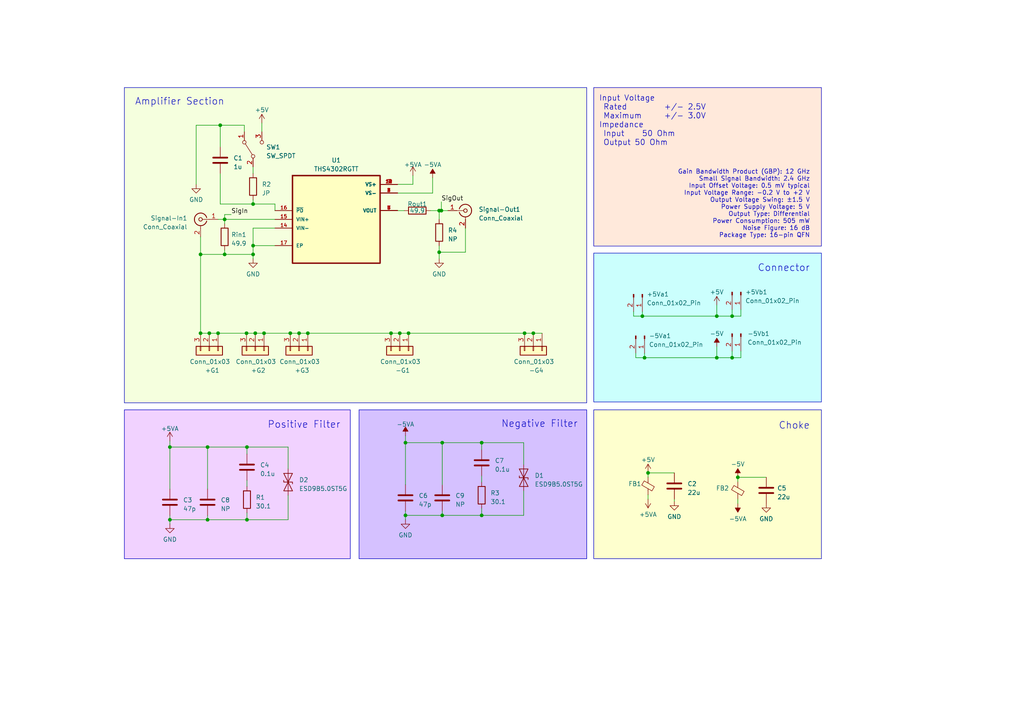
<source format=kicad_sch>
(kicad_sch (version 20230121) (generator eeschema)
  (paper "A4")
  (title_block (title "RF Amplifier Based on The TI THS4302") (date "2024-03-24") (rev "1.0"))
  (lib_symbols
    (symbol "Connector:Conn_01x02_Pin" (pin_names (offset 1.016) hide)
      (property "Reference" "J" (at 0 2.54 0))
      (property "Value" "Conn_01x02_Pin" (at 0 -5.08 0))
      (symbol "Conn_01x02_Pin_1_1"
        (polyline (pts (xy 1.27 -2.54) (xy 0.8636 -2.54)) (stroke (width 0.1524)))
        (polyline (pts (xy 1.27 0) (xy 0.8636 0)) (stroke (width 0.1524)))
        (rectangle (start 0.8636 -2.413) (end 0 -2.667) (stroke (width 0.1524)) (fill (type outline)))
        (rectangle (start 0.8636 0.127) (end 0 -0.127) (stroke (width 0.1524)) (fill (type outline)))
        (pin passive line (at 5.08 0 180) (length 3.81) (name "Pin_1") (number "1"))
        (pin passive line (at 5.08 -2.54 180) (length 3.81) (name "Pin_2") (number "2"))
      )
    )
    (symbol "Connector:Conn_Coaxial" (pin_names (offset 1.016) hide)
      (property "Reference" "J" (at 0.254 3.048 0))
      (property "Value" "Conn_Coaxial" (at 2.921 0 90))
      (symbol "Conn_Coaxial_0_1"
        (arc (start -1.778 -0.508) (mid 0.2311 -1.8066) (end 1.778 0) (stroke (width 0.254)))
        (polyline (pts (xy -2.54 0) (xy -0.508 0)))
        (polyline (pts (xy 0 -2.54) (xy 0 -1.778)))
        (circle (center 0 0) (radius 0.508) (stroke (width 0.2032)))
        (arc (start 1.778 0) (mid 0.2099 1.8101) (end -1.778 0.508) (stroke (width 0.254)))
      )
      (symbol "Conn_Coaxial_1_1"
        (pin passive line (at -5.08 0 0) (length 2.54) (name "In") (number "1"))
        (pin passive line (at 0 -5.08 90) (length 2.54) (name "Ext") (number "2"))
      )
    )
    (symbol "Connector_Generic:Conn_01x03" (pin_names (offset 1.016) hide)
      (property "Reference" "J" (at 0 5.08 0))
      (property "Value" "Conn_01x03" (at 0 -5.08 0))
      (symbol "Conn_01x03_1_1"
        (rectangle (start -1.27 -2.413) (end 0 -2.667) (stroke (width 0.1524)))
        (rectangle (start -1.27 0.127) (end 0 -0.127) (stroke (width 0.1524)))
        (rectangle (start -1.27 2.667) (end 0 2.413) (stroke (width 0.1524)))
        (rectangle (start -1.27 3.81) (end 1.27 -3.81) (stroke (width 0.254)) (fill (type background)))
        (pin passive line (at -5.08 2.54 0) (length 3.81) (name "Pin_1") (number "1"))
        (pin passive line (at -5.08 0 0) (length 3.81) (name "Pin_2") (number "2"))
        (pin passive line (at -5.08 -2.54 0) (length 3.81) (name "Pin_3") (number "3"))
      )
    )
    (symbol "Device:C" (pin_numbers hide) (pin_names (offset 0.254))
      (property "Reference" "C" (at 0.635 2.54 0))
      (property "Value" "C" (at 0.635 -2.54 0))
      (symbol "C_0_1"
        (polyline (pts (xy -2.032 -0.762) (xy 2.032 -0.762)) (stroke (width 0.508)))
        (polyline (pts (xy -2.032 0.762) (xy 2.032 0.762)) (stroke (width 0.508)))
      )
      (symbol "C_1_1"
        (pin passive line (at 0 3.81 270) (length 2.794) (name "~") (number "1"))
        (pin passive line (at 0 -3.81 90) (length 2.794) (name "~") (number "2"))
      )
    )
    (symbol "Device:FerriteBead_Small" (pin_numbers hide) (pin_names (offset 0))
      (property "Reference" "FB" (at 1.905 1.27 0))
      (property "Value" "FerriteBead_Small" (at 1.905 -1.27 0))
      (symbol "FerriteBead_Small_0_1"
        (polyline (pts (xy 0 -1.27) (xy 0 -0.7874)))
        (polyline (pts (xy 0 0.889) (xy 0 1.2954)))
        (polyline (pts (xy -1.8288 0.2794) (xy -1.1176 1.4986) (xy 1.8288 -0.2032) (xy 1.1176 -1.4224) (xy -1.8288 0.2794)))
      )
      (symbol "FerriteBead_Small_1_1"
        (pin passive line (at 0 2.54 270) (length 1.27) (name "~") (number "1"))
        (pin passive line (at 0 -2.54 90) (length 1.27) (name "~") (number "2"))
      )
    )
    (symbol "Device:R" (pin_numbers hide) (pin_names (offset 0))
      (property "Reference" "R" (at 2.032 0 90))
      (property "Value" "R" (at 0 0 90))
      (symbol "R_0_1"
        (rectangle (start -1.016 -2.54) (end 1.016 2.54) (stroke (width 0.254)))
      )
      (symbol "R_1_1"
        (pin passive line (at 0 3.81 270) (length 1.27) (name "~") (number "1"))
        (pin passive line (at 0 -3.81 90) (length 1.27) (name "~") (number "2"))
      )
    )
    (symbol "Diode:ESD9B5.0ST5G" (pin_numbers hide) (pin_names (offset 1.016) hide)
      (property "Reference" "D" (at 0 2.54 0))
      (property "Value" "ESD9B5.0ST5G" (at 0 -2.54 0))
      (symbol "ESD9B5.0ST5G_0_1"
        (polyline (pts (xy 1.27 0) (xy -1.27 0)))
        (polyline (pts (xy -2.54 -1.27) (xy 0 0) (xy -2.54 1.27) (xy -2.54 -1.27)) (stroke (width 0.2032)))
        (polyline (pts (xy 0.508 1.27) (xy 0 1.27) (xy 0 -1.27) (xy -0.508 -1.27)) (stroke (width 0.2032)))
        (polyline (pts (xy 2.54 1.27) (xy 2.54 -1.27) (xy 0 0) (xy 2.54 1.27)) (stroke (width 0.2032)))
      )
      (symbol "ESD9B5.0ST5G_1_1"
        (pin passive line (at -3.81 0 0) (length 2.54) (name "A1") (number "1"))
        (pin passive line (at 3.81 0 180) (length 2.54) (name "A2") (number "2"))
      )
    )
    (symbol "Switch:SW_SPDT" (pin_names (offset 0) hide)
      (property "Reference" "SW" (at 0 4.318 0))
      (property "Value" "SW_SPDT" (at 0 -5.08 0))
      (symbol "SW_SPDT_0_0"
        (circle (center -2.032 0) (radius 0.508))
        (circle (center 2.032 -2.54) (radius 0.508))
      )
      (symbol "SW_SPDT_0_1"
        (polyline (pts (xy -1.524 0.254) (xy 1.651 2.286)))
        (circle (center 2.032 2.54) (radius 0.508))
      )
      (symbol "SW_SPDT_1_1"
        (pin passive line (at 5.08 2.54 180) (length 2.54) (name "A") (number "1"))
        (pin passive line (at -5.08 0 0) (length 2.54) (name "B") (number "2"))
        (pin passive line (at 5.08 -2.54 180) (length 2.54) (name "C") (number "3"))
      )
    )
    (symbol "THS4302RGTT:THS4302RGTT" (pin_names (offset 1.016))
      (property "Reference" "U" (at -12.7 13.7 0))
      (property "Value" "THS4302RGTT" (at -12.7 -16.7 0))
      (symbol "THS4302RGTT_0_0"
        (rectangle (start -12.7 -12.7) (end 12.7 12.7) (stroke (width 0.41)) (fill (type background)))
        (pin power_in line (at 17.78 7.62 180) (length 5.08) (name "VS-") (number "1"))
        (pin power_in line (at 17.78 10.16 180) (length 5.08) (name "VS+") (number "10"))
        (pin power_in line (at 17.78 10.16 180) (length 5.08) (name "VS+") (number "11"))
        (pin power_in line (at 17.78 10.16 180) (length 5.08) (name "VS+") (number "12"))
        (pin input line (at -17.78 -2.54 0) (length 5.08) (name "VIN-") (number "14"))
        (pin input line (at -17.78 0 0) (length 5.08) (name "VIN+") (number "15"))
        (pin input line (at -17.78 2.54 0) (length 5.08) (name "~{PD}") (number "16"))
        (pin bidirectional line (at -17.78 -7.62 0) (length 5.08) (name "EP") (number "17"))
        (pin power_in line (at 17.78 7.62 180) (length 5.08) (name "VS-") (number "2"))
        (pin power_in line (at 17.78 7.62 180) (length 5.08) (name "VS-") (number "3"))
        (pin power_in line (at 17.78 7.62 180) (length 5.08) (name "VS-") (number "4"))
        (pin output line (at 17.78 2.54 180) (length 5.08) (name "VOUT") (number "5"))
        (pin output line (at 17.78 2.54 180) (length 5.08) (name "VOUT") (number "6"))
        (pin output line (at 17.78 2.54 180) (length 5.08) (name "VOUT") (number "7"))
        (pin output line (at 17.78 2.54 180) (length 5.08) (name "VOUT") (number "8"))
        (pin power_in line (at 17.78 10.16 180) (length 5.08) (name "VS+") (number "9"))
      )
    )
    (symbol "power:+5V" (power) (pin_names (offset 0))
      (property "Value" "+5V" (at 0 3.556 0))
      (symbol "+5V_0_1"
        (polyline (pts (xy -0.762 1.27) (xy 0 2.54)))
        (polyline (pts (xy 0 0) (xy 0 2.54)))
        (polyline (pts (xy 0 2.54) (xy 0.762 1.27)))
      )
      (symbol "+5V_1_1"
        (pin power_in line (at 0 0 90) (length 0) hide (name "+5V") (number "1"))
      )
    )
    (symbol "power:+5VA" (power) (pin_names (offset 0))
      (property "Value" "+5VA" (at 0 3.556 0))
      (symbol "+5VA_0_1"
        (polyline (pts (xy -0.762 1.27) (xy 0 2.54)))
        (polyline (pts (xy 0 0) (xy 0 2.54)))
        (polyline (pts (xy 0 2.54) (xy 0.762 1.27)))
      )
      (symbol "+5VA_1_1"
        (pin power_in line (at 0 0 90) (length 0) hide (name "+5VA") (number "1"))
      )
    )
    (symbol "power:-5V" (power) (pin_names (offset 0))
      (property "Value" "-5V" (at 0 3.81 0))
      (symbol "-5V_0_0"
        (pin power_in line (at 0 0 90) (length 0) hide (name "-5V") (number "1"))
      )
      (symbol "-5V_0_1"
        (polyline (pts (xy 0 0) (xy 0 1.27) (xy 0.762 1.27) (xy 0 2.54) (xy -0.762 1.27) (xy 0 1.27)) (fill (type outline)))
      )
    )
    (symbol "power:-5VA" (power) (pin_names (offset 0))
      (property "Value" "-5VA" (at 0 3.81 0))
      (symbol "-5VA_0_0"
        (pin power_in line (at 0 0 90) (length 0) hide (name "-5VA") (number "1"))
      )
      (symbol "-5VA_0_1"
        (polyline (pts (xy 0 0) (xy 0 1.27) (xy 0.762 1.27) (xy 0 2.54) (xy -0.762 1.27) (xy 0 1.27)) (fill (type outline)))
      )
    )
    (symbol "power:GND" (power) (pin_names (offset 0))
      (property "Value" "GND" (at 0 -3.81 0))
      (symbol "GND_0_1"
        (polyline (pts (xy 0 0) (xy 0 -1.27) (xy 1.27 -1.27) (xy 0 -2.54) (xy -1.27 -1.27) (xy 0 -1.27)))
      )
      (symbol "GND_1_1"
        (pin power_in line (at 0 0 270) (length 0) hide (name "GND") (number "1"))
      )
    )
  )
  (junction (at 118.491 96.647))
  (junction (at 128.27 149.479))
  (junction (at 212.344 103.759))
  (junction (at 73.406 59.182))
  (junction (at 58.166 96.647))
  (junction (at 213.995 138.43))
  (junction (at 49.276 129.667))
  (junction (at 71.628 129.667))
  (junction (at 60.198 150.749))
  (junction (at 49.276 150.749))
  (junction (at 60.706 96.647))
  (junction (at 65.151 63.627))
  (junction (at 139.7 149.479))
  (junction (at 127.381 61.087))
  (junction (at 65.151 73.787))
  (junction (at 128.016 61.087))
  (junction (at 113.411 96.647))
  (junction (at 74.041 96.647))
  (junction (at 117.602 149.479))
  (junction (at 207.899 91.694))
  (junction (at 154.686 96.647))
  (junction (at 71.628 150.749))
  (junction (at 71.501 96.647))
  (junction (at 128.27 128.397))
  (junction (at 212.344 91.694))
  (junction (at 207.899 103.759))
  (junction (at 60.198 129.667))
  (junction (at 115.951 96.647))
  (junction (at 63.246 96.647))
  (junction (at 139.7 128.397))
  (junction (at 89.281 96.647))
  (junction (at 73.406 71.247))
  (junction (at 86.741 96.647))
  (junction (at 76.581 96.647))
  (junction (at 152.146 96.647))
  (junction (at 117.602 128.397))
  (junction (at 186.309 91.694))
  (junction (at 186.944 103.759))
  (junction (at 63.881 36.322))
  (junction (at 84.201 96.647))
  (junction (at 58.166 73.787))
  (junction (at 187.96 137.16))
  (junction (at 73.406 73.787))
  (junction (at 127.381 73.152))
  (wire (pts (xy 70.866 38.227) (xy 70.866 36.322)))
  (wire (pts (xy 139.7 138.049) (xy 139.7 139.827)))
  (wire (pts (xy 49.276 127.889) (xy 49.276 129.667)))
  (wire (pts (xy 58.166 96.647) (xy 60.706 96.647)))
  (wire (pts (xy 139.7 128.397) (xy 139.7 130.429)))
  (wire (pts (xy 214.884 101.854) (xy 214.884 103.759)))
  (wire (pts (xy 113.411 96.647) (xy 115.951 96.647)))
  (wire (pts (xy 214.884 91.694) (xy 212.344 91.694)))
  (wire (pts (xy 58.166 73.787) (xy 65.151 73.787)))
  (wire (pts (xy 187.96 143.51) (xy 187.96 144.78)))
  (wire (pts (xy 71.628 129.667) (xy 83.566 129.667)))
  (wire (pts (xy 76.581 96.647) (xy 84.201 96.647)))
  (wire (pts (xy 60.198 150.749) (xy 71.628 150.749)))
  (wire (pts (xy 83.566 150.749) (xy 71.628 150.749)))
  (wire (pts (xy 117.602 149.479) (xy 128.27 149.479)))
  (wire (pts (xy 58.166 68.707) (xy 58.166 73.787)))
  (wire (pts (xy 73.406 71.247) (xy 79.756 71.247)))
  (wire (pts (xy 74.041 96.647) (xy 76.581 96.647)))
  (wire (pts (xy 128.27 149.479) (xy 139.7 149.479)))
  (wire (pts (xy 71.501 96.647) (xy 74.041 96.647)))
  (wire (pts (xy 65.151 62.23) (xy 65.151 63.627)))
  (wire (pts (xy 83.566 143.637) (xy 83.566 150.749)))
  (wire (pts (xy 186.944 103.759) (xy 207.899 103.759)))
  (wire (pts (xy 60.198 129.667) (xy 71.628 129.667)))
  (wire (pts (xy 128.27 148.209) (xy 128.27 149.479)))
  (wire (pts (xy 115.951 96.647) (xy 118.491 96.647)))
  (wire (pts (xy 49.276 149.479) (xy 49.276 150.749)))
  (wire (pts (xy 213.995 138.43) (xy 222.25 138.43)))
  (wire (pts (xy 128.016 58.547) (xy 128.016 61.087)))
  (wire (pts (xy 63.246 96.647) (xy 71.501 96.647)))
  (wire (pts (xy 119.761 50.927) (xy 119.761 53.467)))
  (wire (pts (xy 127.381 61.087) (xy 128.016 61.087)))
  (wire (pts (xy 195.58 144.78) (xy 195.58 145.415)))
  (wire (pts (xy 49.276 129.667) (xy 60.198 129.667)))
  (wire (pts (xy 73.406 57.912) (xy 73.406 59.182)))
  (wire (pts (xy 186.944 102.489) (xy 186.944 103.759)))
  (wire (pts (xy 187.96 137.16) (xy 195.58 137.16)))
  (wire (pts (xy 115.316 61.087) (xy 117.221 61.087)))
  (wire (pts (xy 71.628 139.319) (xy 71.628 141.097)))
  (wire (pts (xy 65.151 73.787) (xy 73.406 73.787)))
  (wire (pts (xy 184.404 102.489) (xy 184.404 103.759)))
  (wire (pts (xy 79.756 59.182) (xy 73.406 59.182)))
  (wire (pts (xy 83.566 136.017) (xy 83.566 129.667)))
  (wire (pts (xy 151.892 142.367) (xy 151.892 149.479)))
  (wire (pts (xy 135.001 66.167) (xy 135.001 73.152)))
  (wire (pts (xy 60.198 129.667) (xy 60.198 141.859)))
  (wire (pts (xy 128.016 61.087) (xy 129.921 61.087)))
  (wire (pts (xy 124.841 61.087) (xy 127.381 61.087)))
  (wire (pts (xy 207.899 91.694) (xy 212.344 91.694)))
  (wire (pts (xy 213.995 144.78) (xy 213.995 146.05)))
  (wire (pts (xy 63.881 36.322) (xy 63.881 42.672)))
  (wire (pts (xy 139.7 147.447) (xy 139.7 149.479)))
  (wire (pts (xy 67.056 62.23) (xy 65.151 62.23)))
  (wire (pts (xy 186.309 90.424) (xy 186.309 91.694)))
  (wire (pts (xy 214.884 89.789) (xy 214.884 91.694)))
  (wire (pts (xy 207.899 103.759) (xy 212.344 103.759)))
  (wire (pts (xy 183.769 90.424) (xy 183.769 91.694)))
  (wire (pts (xy 63.246 63.627) (xy 65.151 63.627)))
  (wire (pts (xy 71.628 129.667) (xy 71.628 131.699)))
  (wire (pts (xy 49.276 129.667) (xy 49.276 141.859)))
  (wire (pts (xy 60.706 96.647) (xy 63.246 96.647)))
  (wire (pts (xy 60.198 149.479) (xy 60.198 150.749)))
  (wire (pts (xy 125.476 56.007) (xy 115.316 56.007)))
  (wire (pts (xy 154.686 96.647) (xy 157.226 96.647)))
  (wire (pts (xy 212.344 101.854) (xy 212.344 103.759)))
  (wire (pts (xy 213.995 138.43) (xy 213.995 139.7)))
  (wire (pts (xy 49.276 150.749) (xy 49.276 152.019)))
  (wire (pts (xy 117.602 149.479) (xy 117.602 150.749)))
  (wire (pts (xy 89.281 96.647) (xy 113.411 96.647)))
  (wire (pts (xy 73.406 73.787) (xy 73.406 75.057)))
  (wire (pts (xy 125.476 51.562) (xy 125.476 56.007)))
  (wire (pts (xy 119.761 53.467) (xy 115.316 53.467)))
  (wire (pts (xy 187.96 137.16) (xy 187.96 138.43)))
  (wire (pts (xy 128.27 128.397) (xy 139.7 128.397)))
  (wire (pts (xy 70.866 36.322) (xy 63.881 36.322)))
  (wire (pts (xy 117.602 128.397) (xy 117.602 140.589)))
  (wire (pts (xy 117.602 126.365) (xy 117.602 128.397)))
  (wire (pts (xy 207.899 100.584) (xy 207.899 103.759)))
  (wire (pts (xy 117.602 128.397) (xy 128.27 128.397)))
  (wire (pts (xy 212.344 103.759) (xy 214.884 103.759)))
  (wire (pts (xy 60.198 150.749) (xy 49.276 150.749)))
  (wire (pts (xy 56.896 36.322) (xy 56.896 53.467)))
  (wire (pts (xy 139.7 128.397) (xy 151.892 128.397)))
  (wire (pts (xy 151.892 134.747) (xy 151.892 128.397)))
  (wire (pts (xy 152.146 96.647) (xy 154.686 96.647)))
  (wire (pts (xy 128.27 140.589) (xy 128.27 128.397)))
  (wire (pts (xy 75.946 35.687) (xy 75.946 38.227)))
  (wire (pts (xy 86.741 96.647) (xy 89.281 96.647)))
  (wire (pts (xy 71.628 148.717) (xy 71.628 150.749)))
  (wire (pts (xy 151.892 149.479) (xy 139.7 149.479)))
  (wire (pts (xy 73.406 66.167) (xy 79.756 66.167)))
  (wire (pts (xy 63.881 50.292) (xy 63.881 59.182)))
  (wire (pts (xy 127.381 73.152) (xy 127.381 75.057)))
  (wire (pts (xy 186.309 91.694) (xy 183.769 91.694)))
  (wire (pts (xy 135.001 73.152) (xy 127.381 73.152)))
  (wire (pts (xy 186.309 91.694) (xy 207.899 91.694)))
  (wire (pts (xy 127.381 61.087) (xy 127.381 63.627)))
  (wire (pts (xy 73.406 71.247) (xy 73.406 66.167)))
  (wire (pts (xy 84.201 96.647) (xy 86.741 96.647)))
  (wire (pts (xy 118.491 96.647) (xy 152.146 96.647)))
  (wire (pts (xy 73.406 48.387) (xy 73.406 50.292)))
  (wire (pts (xy 58.166 73.787) (xy 58.166 96.647)))
  (wire (pts (xy 212.344 89.789) (xy 212.344 91.694)))
  (wire (pts (xy 65.151 64.897) (xy 65.151 63.627)))
  (wire (pts (xy 63.881 36.322) (xy 56.896 36.322)))
  (wire (pts (xy 73.406 71.247) (xy 73.406 73.787)))
  (wire (pts (xy 65.151 72.517) (xy 65.151 73.787)))
  (wire (pts (xy 65.151 63.627) (xy 79.756 63.627)))
  (wire (pts (xy 63.881 59.182) (xy 73.406 59.182)))
  (wire (pts (xy 207.899 88.519) (xy 207.899 91.694)))
  (wire (pts (xy 127.381 71.247) (xy 127.381 73.152)))
  (wire (pts (xy 184.404 103.759) (xy 186.944 103.759)))
  (wire (pts (xy 117.602 148.209) (xy 117.602 149.479)))
  (wire (pts (xy 79.756 59.182) (xy 79.756 61.087)))
  (rectangle (start 36.068 118.872) (end 101.6 162.052) (fill (type color) (color 206 103 255 0.3)))
  (rectangle (start 172.212 25.4) (end 238.252 71.374) (fill (type color) (color 255 181 136 0.3)))
  (rectangle (start 172.212 118.872) (end 238.252 162.052) (fill (type color) (color 251 255 92 0.3)))
  (rectangle (start 104.14 118.872) (end 170.18 162.052) (fill (type color) (color 113 48 255 0.3)))
  (rectangle (start 36.068 25.4) (end 170.18 116.84) (fill (type color) (color 222 255 143 0.3)))
  (rectangle (start 172.212 73.406) (end 238.252 116.586) (fill (type color) (color 83 255 247 0.3)))
  (text "Positive Filter" (at 98.806 124.46 0) (effects (font (size 2 2)) (justify right bottom)))
  (text "Amplifier Section" (at 39.116 30.734 0) (effects (font (size 2 2)) (justify left bottom)))
  (text "Input Voltage\n Rated 		+/- 2.5V\n Maximum	+/- 3.0V \nImpedance\n Input 	50 Ohm\n Output 50 Ohm" (at 173.736 42.418 0) (effects (font (size 1.6 1.6)) (justify left bottom)))
  (text "Choke" (at 234.95 124.714 0) (effects (font (size 2 2)) (justify right bottom)))
  (text "Negative Filter" (at 167.64 124.206 0) (effects (font (size 2 2)) (justify right bottom)))
  (text "Connector" (at 234.95 78.994 0) (effects (font (size 2 2)) (justify right bottom)))
  (text "Gain Bandwidth Product (GBP): 12 GHz\nSmall Signal Bandwidth: 2.4 GHz\nInput Offset Voltage: 0.5 mV typical\nInput Voltage Range: -0.2 V to +2 V\nOutput Voltage Swing: ±1.5 V\nPower Supply Voltage: 5 V\nOutput Type: Differential\nPower Consumption: 505 mW\nNoise Figure: 16 dB\nPackage Type: 16-pin QFN" (at 234.95 69.088 0) (effects (font (size 1.27 1.27)) (justify right bottom)))
  (label "SigOut" (at 128.016 58.547 0))
  (label "SigIn" (at 67.056 62.23 0))
  (symbol (lib_id "Switch:SW_SPDT") (at 73.406 43.307 90) (unit 1)
    (property "Reference" "SW1" (at 77.216 42.672 90) (effects (justify right)))
    (property "Value" "SW_SPDT" (at 77.216 45.212 90) (effects (justify right)))
    (property "Footprint" "RF-Project:SPDT-Long-SMD" (effects hide))
  )
  (symbol (lib_id "Device:R") (at 139.7 143.637 0) (unit 1)
    (property "Reference" "R3" (at 142.24 143.002 0) (effects (justify left)))
    (property "Value" "30.1" (at 142.24 145.542 0) (effects (justify left)))
    (property "Footprint" "Resistor_SMD:R_0402_1005Metric_Pad0.72x0.64mm_HandSolder" (effects hide))
  )
  (symbol (lib_id "Diode:ESD9B5.0ST5G") (at 83.566 139.827 90) (unit 1)
    (property "Reference" "D2" (at 86.741 139.192 90) (effects (justify right)))
    (property "Value" "ESD9B5.0ST5G" (at 86.741 141.732 90) (effects (justify right)))
    (property "Footprint" "Resistor_SMD:R_0402_1005Metric_Pad0.72x0.64mm_HandSolder" (effects hide))
    (property "Datasheet" "https://www.onsemi.com/pub/Collateral/ESD9B-D.PDF" (effects hide))
  )
  (symbol (lib_id "power:-5VA") (at 117.602 126.365 0) (unit 1)
    (property "Reference" "#PWR08" (effects hide))
    (property "Value" "-5VA" (at 117.602 123.063 0))
  )
  (symbol (lib_id "Connector:Conn_Coaxial") (at 135.001 61.087 0) (unit 1)
    (property "Reference" "Signal-Out1" (at 138.811 60.7452 0) (effects (justify left)))
    (property "Value" "Conn_Coaxial" (at 138.811 63.2852 0) (effects (justify left)))
    (property "Footprint" "Connector_Coaxial:SMA_Samtec_SMA-J-P-X-ST-EM1_EdgeMount" (effects hide))
    (property "Datasheet" " ~" (effects hide))
  )
  (symbol (lib_id "Device:C") (at 128.27 144.399 0) (unit 1)
    (property "Reference" "C9" (at 132.08 143.764 0) (effects (justify left)))
    (property "Value" "NP" (at 132.08 146.304 0) (effects (justify left)))
    (property "Footprint" "Capacitor_SMD:C_0402_1005Metric_Pad0.74x0.62mm_HandSolder" (effects hide))
  )
  (symbol (lib_id "power:-5V") (at 207.899 100.584 0) (unit 1)
    (property "Reference" "#PWR04" (effects hide))
    (property "Value" "-5V" (at 207.899 96.774 0))
  )
  (symbol (lib_id "power:GND") (at 127.381 75.057 0) (unit 1)
    (property "Reference" "#PWR010" (effects hide))
    (property "Value" "GND" (at 127.381 79.502 0))
  )
  (symbol (lib_id "power:+5V") (at 75.946 35.687 0) (unit 1)
    (property "Reference" "#PWR05" (effects hide))
    (property "Value" "+5V" (at 75.946 31.877 0))
  )
  (symbol (lib_id "power:GND") (at 49.276 152.019 0) (unit 1)
    (property "Reference" "#PWR06" (effects hide))
    (property "Value" "GND" (at 49.276 156.464 0))
  )
  (symbol (lib_id "Connector:Conn_01x02_Pin") (at 186.944 97.409 270) (unit 1)
    (property "Reference" "-5Va1" (at 188.214 97.409 90) (effects (justify left)))
    (property "Value" "Conn_01x02_Pin" (at 188.214 99.949 90) (effects (justify left)))
    (property "Footprint" "Connector_PinHeader_2.54mm:PinHeader_1x02_P2.54mm_Vertical" (effects hide))
  )
  (symbol (lib_id "Connector_Generic:Conn_01x03") (at 115.951 101.727 270) (unit 1)
    (property "Reference" "-G1" (at 114.681 107.442 90) (effects (justify left)))
    (property "Value" "Conn_01x03" (at 110.236 104.902 90) (effects (justify left)))
    (property "Footprint" "Connector_PinHeader_2.54mm:PinHeader_1x03_P2.54mm_Vertical" (effects hide))
  )
  (symbol (lib_id "Diode:ESD9B5.0ST5G") (at 151.892 138.557 90) (unit 1)
    (property "Reference" "D1" (at 155.067 137.922 90) (effects (justify right)))
    (property "Value" "ESD9B5.0ST5G" (at 155.067 140.462 90) (effects (justify right)))
    (property "Footprint" "Resistor_SMD:R_0402_1005Metric_Pad0.72x0.64mm_HandSolder" (effects hide))
    (property "Datasheet" "https://www.onsemi.com/pub/Collateral/ESD9B-D.PDF" (effects hide))
  )
  (symbol (lib_id "Device:C") (at 63.881 46.482 0) (unit 1)
    (property "Reference" "C1" (at 67.691 45.847 0) (effects (justify left)))
    (property "Value" "1u" (at 67.691 48.387 0) (effects (justify left)))
    (property "Footprint" "Capacitor_SMD:C_0603_1608Metric_Pad1.08x0.95mm_HandSolder" (effects hide))
  )
  (symbol (lib_id "Device:C") (at 139.7 134.239 0) (unit 1)
    (property "Reference" "C7" (at 143.51 133.604 0) (effects (justify left)))
    (property "Value" "0.1u" (at 143.51 136.144 0) (effects (justify left)))
    (property "Footprint" "Capacitor_SMD:C_0402_1005Metric_Pad0.74x0.62mm_HandSolder" (effects hide))
  )
  (symbol (lib_id "Connector:Conn_01x02_Pin") (at 214.884 96.774 270) (unit 1)
    (property "Reference" "-5Vb1" (at 216.789 96.774 90) (effects (justify left)))
    (property "Value" "Conn_01x02_Pin" (at 216.789 99.314 90) (effects (justify left)))
    (property "Footprint" "Connector_PinHeader_2.54mm:PinHeader_1x02_P2.54mm_Vertical" (effects hide))
  )
  (symbol (lib_id "power:-5VA") (at 213.995 146.05 180) (unit 1)
    (property "Reference" "#PWR011" (effects hide))
    (property "Value" "-5VA" (at 213.995 150.495 0))
  )
  (symbol (lib_id "Device:R") (at 65.151 68.707 0) (unit 1)
    (property "Reference" "Rin1" (at 67.056 68.072 0) (effects (justify left)))
    (property "Value" "49.9" (at 67.056 70.612 0) (effects (justify left)))
    (property "Footprint" "Resistor_SMD:R_0603_1608Metric" (effects hide))
  )
  (symbol (lib_id "power:GND") (at 73.406 75.057 0) (unit 1)
    (property "Reference" "#PWR01" (effects hide))
    (property "Value" "GND" (at 73.406 79.502 0))
  )
  (symbol (lib_id "Connector_Generic:Conn_01x03") (at 60.706 101.727 270) (unit 1)
    (property "Reference" "+G1" (at 59.436 107.442 90) (effects (justify left)))
    (property "Value" "Conn_01x03" (at 54.991 104.902 90) (effects (justify left)))
    (property "Footprint" "Connector_PinHeader_2.54mm:PinHeader_1x03_P2.54mm_Vertical" (effects hide))
  )
  (symbol (lib_id "power:+5V") (at 207.899 88.519 0) (unit 1)
    (property "Reference" "#PWR03" (effects hide))
    (property "Value" "+5V" (at 207.899 84.709 0))
  )
  (symbol (lib_id "Device:C") (at 195.58 140.97 0) (unit 1)
    (property "Reference" "C2" (at 199.39 140.335 0) (effects (justify left)))
    (property "Value" "22u" (at 199.39 142.875 0) (effects (justify left)))
    (property "Footprint" "Capacitor_SMD:C_0603_1608Metric_Pad1.08x0.95mm_HandSolder" (effects hide))
  )
  (symbol (lib_id "power:+5VA") (at 187.96 144.78 180) (unit 1)
    (property "Reference" "#PWR012" (effects hide))
    (property "Value" "+5VA" (at 187.96 149.225 0))
  )
  (symbol (lib_id "Device:FerriteBead_Small") (at 213.995 142.24 180) (unit 1)
    (property "Reference" "FB2" (at 211.455 141.605 0) (effects (justify left)))
    (property "Value" "FerriteBead_Small" (effects hide))
    (property "Footprint" "Resistor_SMD:R_1206_3216Metric_Pad1.30x1.75mm_HandSolder" (effects hide))
  )
  (symbol (lib_id "Connector_Generic:Conn_01x03") (at 86.741 101.727 270) (unit 1)
    (property "Reference" "+G3" (at 85.471 107.442 90) (effects (justify left)))
    (property "Value" "Conn_01x03" (at 81.026 104.902 90) (effects (justify left)))
    (property "Footprint" "Connector_PinHeader_2.54mm:PinHeader_1x03_P2.54mm_Vertical" (effects hide))
  )
  (symbol (lib_id "Device:R") (at 73.406 54.102 0) (unit 1)
    (property "Reference" "R2" (at 75.946 53.467 0) (effects (justify left)))
    (property "Value" "JP" (at 75.946 56.007 0) (effects (justify left)))
    (property "Footprint" "Resistor_SMD:R_0402_1005Metric" (effects hide))
  )
  (symbol (lib_id "Device:C") (at 222.25 142.24 0) (unit 1)
    (property "Reference" "C5" (at 225.425 141.605 0) (effects (justify left)))
    (property "Value" "22u" (at 225.425 144.145 0) (effects (justify left)))
    (property "Footprint" "Capacitor_SMD:C_0603_1608Metric_Pad1.08x0.95mm_HandSolder" (effects hide))
  )
  (symbol (lib_id "power:-5V") (at 213.995 138.43 0) (unit 1)
    (property "Reference" "#PWR014" (effects hide))
    (property "Value" "-5V" (at 213.995 134.62 0))
  )
  (symbol (lib_id "Connector:Conn_01x02_Pin") (at 214.884 84.709 270) (unit 1)
    (property "Reference" "+5Vb1" (at 216.154 84.709 90) (effects (justify left)))
    (property "Value" "Conn_01x02_Pin" (at 216.154 87.249 90) (effects (justify left)))
    (property "Footprint" "Connector_PinHeader_2.54mm:PinHeader_1x02_P2.54mm_Vertical" (effects hide))
  )
  (symbol (lib_id "Connector_Generic:Conn_01x03") (at 154.686 101.727 270) (unit 1)
    (property "Reference" "-G4" (at 153.416 107.442 90) (effects (justify left)))
    (property "Value" "Conn_01x03" (at 148.971 104.902 90) (effects (justify left)))
    (property "Footprint" "Connector_PinHeader_2.54mm:PinHeader_1x03_P2.54mm_Vertical" (effects hide))
  )
  (symbol (lib_id "Device:R") (at 121.031 61.087 90) (unit 1)
    (property "Reference" "Rout1" (at 121.031 59.182 90))
    (property "Value" "49.9" (at 121.031 61.087 90))
    (property "Footprint" "Resistor_SMD:R_0603_1608Metric" (effects hide))
  )
  (symbol (lib_id "power:+5VA") (at 119.761 50.927 0) (unit 1)
    (property "Reference" "#PWR015" (effects hide))
    (property "Value" "+5VA" (at 119.761 47.752 0))
  )
  (symbol (lib_id "Device:C") (at 60.198 145.669 0) (unit 1)
    (property "Reference" "C8" (at 64.008 145.034 0) (effects (justify left)))
    (property "Value" "NP" (at 64.008 147.574 0) (effects (justify left)))
    (property "Footprint" "Capacitor_SMD:C_0402_1005Metric_Pad0.74x0.62mm_HandSolder" (effects hide))
  )
  (symbol (lib_id "power:-5VA") (at 125.476 51.562 0) (unit 1)
    (property "Reference" "#PWR016" (effects hide))
    (property "Value" "-5VA" (at 125.476 47.752 0))
  )
  (symbol (lib_id "Device:R") (at 127.381 67.437 0) (unit 1)
    (property "Reference" "R4" (at 129.921 66.802 0) (effects (justify left)))
    (property "Value" "NP" (at 129.921 69.342 0) (effects (justify left)))
    (property "Footprint" "Resistor_SMD:R_0603_1608Metric_Pad0.98x0.95mm_HandSolder" (effects hide))
  )
  (symbol (lib_id "power:GND") (at 56.896 53.467 0) (unit 1)
    (property "Reference" "#PWR02" (effects hide))
    (property "Value" "GND" (at 56.896 57.912 0))
  )
  (symbol (lib_id "THS4302RGTT:THS4302RGTT") (at 97.536 63.627 0) (unit 1)
    (property "Reference" "U1" (at 97.536 46.482 0))
    (property "Value" "THS4302RGTT" (at 97.536 49.022 0))
    (property "Footprint" "THS4302RGTT:QFN50P300X300X100-17N" (effects hide))
    (property "MF" "Texas Instruments" (effects hide))
    (property "Description" "\n2.4GHz, Wideband Fixed Gain Amplifier\n" (effects hide))
    (property "Package" "VQFN-16 Texas Instruments" (effects hide))
    (property "Price" "None" (effects hide))
    (property "SnapEDA_Link" "https://www.snapeda.com/parts/THS4302RGTT/Texas+Instruments/view-part/?ref=snap" (effects hide))
    (property "MP" "THS4302RGTT" (effects hide))
    (property "Availability" "In Stock" (effects hide))
    (property "Check_prices" "https://www.snapeda.com/parts/THS4302RGTT/Texas+Instruments/view-part/?ref=eda" (effects hide))
  )
  (symbol (lib_id "Device:C") (at 49.276 145.669 0) (unit 1)
    (property "Reference" "C3" (at 53.086 145.034 0) (effects (justify left)))
    (property "Value" "47p" (at 53.086 147.574 0) (effects (justify left)))
    (property "Footprint" "Capacitor_SMD:C_0402_1005Metric_Pad0.74x0.62mm_HandSolder" (effects hide))
  )
  (symbol (lib_id "Connector_Generic:Conn_01x03") (at 74.041 101.727 270) (unit 1)
    (property "Reference" "+G2" (at 72.771 107.442 90) (effects (justify left)))
    (property "Value" "Conn_01x03" (at 68.326 104.902 90) (effects (justify left)))
    (property "Footprint" "Connector_PinHeader_2.54mm:PinHeader_1x03_P2.54mm_Vertical" (effects hide))
  )
  (symbol (lib_id "power:GND") (at 222.25 146.05 0) (unit 1)
    (property "Reference" "#PWR018" (effects hide))
    (property "Value" "GND" (at 222.25 150.495 0))
  )
  (symbol (lib_id "Device:R") (at 71.628 144.907 0) (unit 1)
    (property "Reference" "R1" (at 74.168 144.272 0) (effects (justify left)))
    (property "Value" "30.1" (at 74.168 146.812 0) (effects (justify left)))
    (property "Footprint" "Resistor_SMD:R_0402_1005Metric_Pad0.72x0.64mm_HandSolder" (effects hide))
  )
  (symbol (lib_id "power:+5VA") (at 49.276 127.889 0) (unit 1)
    (property "Reference" "#PWR07" (effects hide))
    (property "Value" "+5VA" (at 49.276 124.333 0))
  )
  (symbol (lib_id "Device:FerriteBead_Small") (at 187.96 140.97 0) (unit 1)
    (property "Reference" "FB1" (at 182.245 140.335 0) (effects (justify left)))
    (property "Value" "FerriteBead_Small" (effects hide))
    (property "Footprint" "Resistor_SMD:R_1206_3216Metric_Pad1.30x1.75mm_HandSolder" (effects hide))
  )
  (symbol (lib_id "Connector:Conn_01x02_Pin") (at 186.309 85.344 270) (unit 1)
    (property "Reference" "+5Va1" (at 187.579 85.344 90) (effects (justify left)))
    (property "Value" "Conn_01x02_Pin" (at 187.579 87.884 90) (effects (justify left)))
    (property "Footprint" "Connector_PinHeader_2.54mm:PinHeader_1x02_P2.54mm_Vertical" (effects hide))
  )
  (symbol (lib_id "Connector:Conn_Coaxial") (at 58.166 63.627 0) (mirror y) (unit 1)
    (property "Reference" "Signal-In1" (at 54.356 63.2852 0) (effects (justify left)))
    (property "Value" "Conn_Coaxial" (at 54.356 65.8252 0) (effects (justify left)))
    (property "Footprint" "Connector_Coaxial:SMA_Samtec_SMA-J-P-X-ST-EM1_EdgeMount" (effects hide))
    (property "Datasheet" " ~" (effects hide))
  )
  (symbol (lib_id "Device:C") (at 117.602 144.399 0) (unit 1)
    (property "Reference" "C6" (at 121.412 143.764 0) (effects (justify left)))
    (property "Value" "47p" (at 121.412 146.304 0) (effects (justify left)))
    (property "Footprint" "Capacitor_SMD:C_0402_1005Metric_Pad0.74x0.62mm_HandSolder" (effects hide))
  )
  (symbol (lib_id "power:+5V") (at 187.96 137.16 0) (unit 1)
    (property "Reference" "#PWR013" (effects hide))
    (property "Value" "+5V" (at 187.96 133.35 0))
  )
  (symbol (lib_id "power:GND") (at 117.602 150.749 0) (unit 1)
    (property "Reference" "#PWR09" (effects hide))
    (property "Value" "GND" (at 117.602 155.194 0))
  )
  (symbol (lib_id "power:GND") (at 195.58 145.415 0) (unit 1)
    (property "Reference" "#PWR017" (effects hide))
    (property "Value" "GND" (at 195.58 149.86 0))
  )
  (symbol (lib_id "Device:C") (at 71.628 135.509 0) (unit 1)
    (property "Reference" "C4" (at 75.438 134.874 0) (effects (justify left)))
    (property "Value" "0.1u" (at 75.438 137.414 0) (effects (justify left)))
    (property "Footprint" "Capacitor_SMD:C_0402_1005Metric_Pad0.74x0.62mm_HandSolder" (effects hide))
  )
)
</source>
